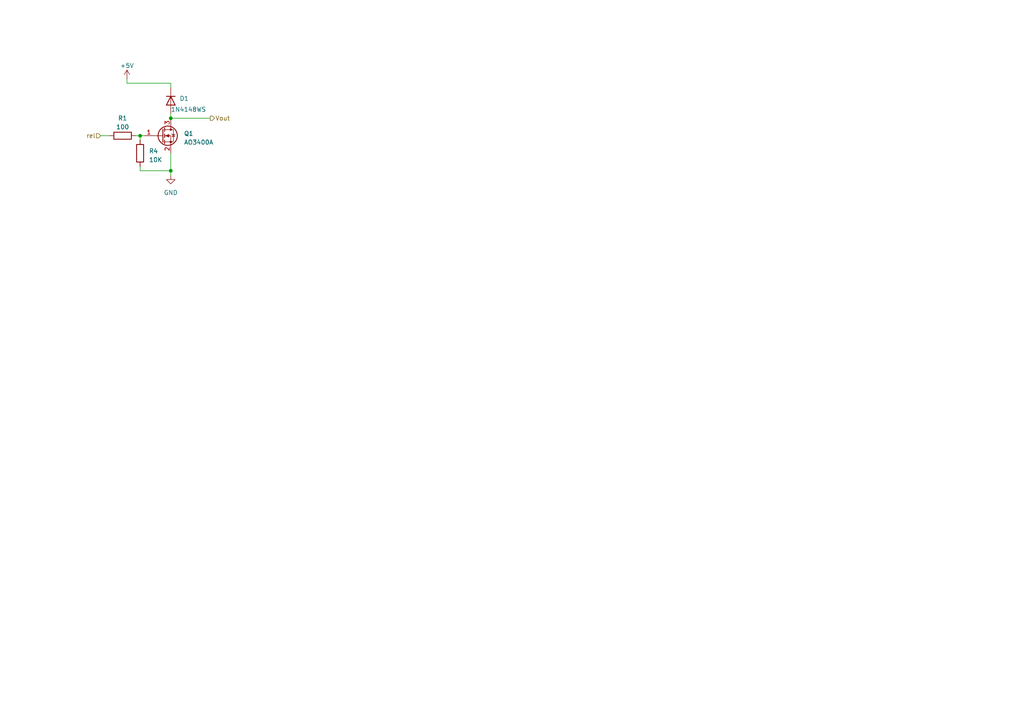
<source format=kicad_sch>
(kicad_sch (version 20230121) (generator eeschema)
  (paper "A4")
  (lib_symbols
    (symbol "Device:R" (pin_numbers hide) (pin_names (offset 0))
      (property "Reference" "R" (at 2.032 0 90))
      (property "Value" "R" (at 0 0 90))
      (symbol "R_0_1"
        (rectangle (start -1.016 -2.54) (end 1.016 2.54) (stroke (width 0.254)))
      )
      (symbol "R_1_1"
        (pin passive line (at 0 3.81 270) (length 1.27) (name "~") (number "1"))
        (pin passive line (at 0 -3.81 90) (length 1.27) (name "~") (number "2"))
      )
    )
    (symbol "Diode:1N4148WS" (pin_numbers hide) (pin_names hide)
      (property "Reference" "D" (at 0 2.54 0))
      (property "Value" "1N4148WS" (at 0 -2.54 0))
      (symbol "1N4148WS_0_1"
        (polyline (pts (xy -1.27 1.27) (xy -1.27 -1.27)) (stroke (width 0.254)))
        (polyline (pts (xy 1.27 0) (xy -1.27 0)))
        (polyline (pts (xy 1.27 1.27) (xy 1.27 -1.27) (xy -1.27 0) (xy 1.27 1.27)) (stroke (width 0.254)))
      )
      (symbol "1N4148WS_1_1"
        (pin passive line (at -3.81 0 0) (length 2.54) (name "K") (number "1"))
        (pin passive line (at 3.81 0 180) (length 2.54) (name "A") (number "2"))
      )
    )
    (symbol "Transistor_FET:AO3400A" (pin_names hide)
      (property "Reference" "Q" (at 5.08 1.905 0))
      (property "Value" "AO3400A" (at 5.08 0 0))
      (symbol "AO3400A_0_1"
        (polyline (pts (xy 0.254 0) (xy -2.54 0)))
        (polyline (pts (xy 0.254 1.905) (xy 0.254 -1.905)) (stroke (width 0.254)))
        (polyline (pts (xy 0.762 -1.27) (xy 0.762 -2.286)) (stroke (width 0.254)))
        (polyline (pts (xy 0.762 0.508) (xy 0.762 -0.508)) (stroke (width 0.254)))
        (polyline (pts (xy 0.762 2.286) (xy 0.762 1.27)) (stroke (width 0.254)))
        (polyline (pts (xy 2.54 2.54) (xy 2.54 1.778)))
        (polyline (pts (xy 2.54 -2.54) (xy 2.54 0) (xy 0.762 0)))
        (polyline (pts (xy 0.762 -1.778) (xy 3.302 -1.778) (xy 3.302 1.778) (xy 0.762 1.778)))
        (polyline (pts (xy 1.016 0) (xy 2.032 0.381) (xy 2.032 -0.381) (xy 1.016 0)) (fill (type outline)))
        (polyline (pts (xy 2.794 0.508) (xy 2.921 0.381) (xy 3.683 0.381) (xy 3.81 0.254)))
        (polyline (pts (xy 3.302 0.381) (xy 2.921 -0.254) (xy 3.683 -0.254) (xy 3.302 0.381)))
        (circle (center 1.651 0) (radius 2.794) (stroke (width 0.254)))
        (circle (center 2.54 -1.778) (radius 0.254) (fill (type outline)))
        (circle (center 2.54 1.778) (radius 0.254) (fill (type outline)))
      )
      (symbol "AO3400A_1_1"
        (pin input line (at -5.08 0 0) (length 2.54) (name "G") (number "1"))
        (pin passive line (at 2.54 -5.08 90) (length 2.54) (name "S") (number "2"))
        (pin passive line (at 2.54 5.08 270) (length 2.54) (name "D") (number "3"))
      )
    )
    (symbol "power:+5V" (power) (pin_names (offset 0))
      (property "Value" "+5V" (at 0 3.556 0))
      (symbol "+5V_0_1"
        (polyline (pts (xy -0.762 1.27) (xy 0 2.54)))
        (polyline (pts (xy 0 0) (xy 0 2.54)))
        (polyline (pts (xy 0 2.54) (xy 0.762 1.27)))
      )
      (symbol "+5V_1_1"
        (pin power_in line (at 0 0 90) (length 0) hide (name "+5V") (number "1"))
      )
    )
    (symbol "power:GND" (power) (pin_names (offset 0))
      (property "Value" "GND" (at 0 -3.81 0))
      (symbol "GND_0_1"
        (polyline (pts (xy 0 0) (xy 0 -1.27) (xy 1.27 -1.27) (xy 0 -2.54) (xy -1.27 -1.27) (xy 0 -1.27)))
      )
      (symbol "GND_1_1"
        (pin power_in line (at 0 0 270) (length 0) hide (name "GND") (number "1"))
      )
    )
  )
  (junction (at 49.53 34.29))
  (junction (at 40.64 39.37))
  (junction (at 49.53 49.53))
  (wire (pts (xy 49.53 33.02) (xy 49.53 34.29)))
  (wire (pts (xy 36.83 24.13) (xy 36.83 22.86)))
  (wire (pts (xy 29.21 39.37) (xy 31.75 39.37)))
  (wire (pts (xy 49.53 44.45) (xy 49.53 49.53)))
  (wire (pts (xy 40.64 39.37) (xy 41.91 39.37)))
  (wire (pts (xy 49.53 49.53) (xy 49.53 50.8)))
  (wire (pts (xy 49.53 24.13) (xy 49.53 25.4)))
  (wire (pts (xy 40.64 48.26) (xy 40.64 49.53)))
  (wire (pts (xy 36.83 24.13) (xy 49.53 24.13)))
  (wire (pts (xy 40.64 49.53) (xy 49.53 49.53)))
  (wire (pts (xy 39.37 39.37) (xy 40.64 39.37)))
  (wire (pts (xy 40.64 39.37) (xy 40.64 40.64)))
  (wire (pts (xy 49.53 34.29) (xy 60.96 34.29)))
  (hierarchical_label "rel" (shape input) (at 29.21 39.37 180))
  (hierarchical_label "Vout" (shape output) (at 60.96 34.29 0))
  (symbol (lib_id "power:GND") (at 49.53 50.8 0) (unit 1)
    (property "Reference" "#PWR07" (effects hide))
    (property "Value" "GND" (at 49.53 55.88 0))
    (instances (project "AquariumController" (path "" (reference "#PWR07") (unit 1)) (path "" (reference "#PWR010") (unit 1)) (path "" (reference "#PWR08") (unit 1)) (path "" (reference "#PWR012") (unit 1))) (project "XIAO-ESP32C3-aquarium-controller" (path "" (reference "#PWR019") (unit 1)) (path "" (reference "#PWR022") (unit 1)) (path "" (reference "#PWR024") (unit 1))))
  )
  (symbol (lib_id "Transistor_FET:AO3400A") (at 46.99 39.37 0) (unit 1)
    (property "Reference" "Q1" (at 53.34 38.735 0) (effects (justify left)))
    (property "Value" "AO3400A" (at 53.34 41.275 0) (effects (justify left)))
    (property "Footprint" "Package_TO_SOT_SMD:SOT-23" (effects hide))
    (property "Datasheet" "http://www.aosmd.com/pdfs/datasheet/AO3400A.pdf" (effects hide))
    (property "JLCPCB Part #" "C20917" (effects hide))
    (instances (project "AquariumController" (path "" (reference "Q1") (unit 1)) (path "" (reference "Q2") (unit 1)) (path "" (reference "Q1") (unit 1)) (path "" (reference "Q3") (unit 1))) (project "XIAO-ESP32C3-aquarium-controller" (path "" (reference "Q1") (unit 1)) (path "" (reference "Q2") (unit 1)) (path "" (reference "Q3") (unit 1))))
  )
  (symbol (lib_id "Diode:1N4148WS") (at 49.53 29.21 270) (unit 1)
    (property "Reference" "D1" (at 52.07 28.575 90) (effects (justify left)))
    (property "Value" "1N4148WS" (at 49.53 31.75 90) (effects (justify left)))
    (property "Footprint" "Diode_SMD:D_SOD-323" (effects hide))
    (property "Datasheet" "https://www.vishay.com/docs/85751/1n4148ws.pdf" (effects hide))
    (property "Sim.Device" "D" (effects hide))
    (property "Sim.Pins" "1=K 2=A" (effects hide))
    (property "JLCPCB Part #" "C2128" (effects hide))
    (instances (project "AquariumController" (path "" (reference "D1") (unit 1)) (path "" (reference "D2") (unit 1)) (path "" (reference "D1") (unit 1)) (path "" (reference "D3") (unit 1))) (project "XIAO-ESP32C3-aquarium-controller" (path "" (reference "D1") (unit 1)) (path "" (reference "D2") (unit 1)) (path "" (reference "D3") (unit 1))))
  )
  (symbol (lib_id "Device:R") (at 40.64 44.45 180) (unit 1)
    (property "Reference" "R4" (at 43.18 43.815 0) (effects (justify right)))
    (property "Value" "10K" (at 43.18 46.355 0) (effects (justify right)))
    (property "Footprint" "Resistor_SMD:R_0402_1005Metric" (effects hide))
    (property "JLCPCB Part #" "C25744" (effects hide))
    (instances (project "AquariumController" (path "" (reference "R4") (unit 1)) (path "" (reference "R5") (unit 1)) (path "" (reference "R6") (unit 1))) (project "XIAO-ESP32C3-aquarium-controller" (path "" (reference "R2") (unit 1)) (path "" (reference "R4") (unit 1)) (path "" (reference "R6") (unit 1))))
  )
  (symbol (lib_id "Device:R") (at 35.56 39.37 90) (unit 1)
    (property "Reference" "R1" (at 35.56 34.29 90))
    (property "Value" "100" (at 35.56 36.83 90))
    (property "Footprint" "Resistor_SMD:R_0402_1005Metric" (effects hide))
    (property "JLCPCB Part #" "C25076" (effects hide))
    (instances (project "AquariumController" (path "" (reference "R1") (unit 1)) (path "" (reference "R2") (unit 1)) (path "" (reference "R3") (unit 1))) (project "XIAO-ESP32C3-aquarium-controller" (path "" (reference "R1") (unit 1)) (path "" (reference "R3") (unit 1)) (path "" (reference "R5") (unit 1))))
  )
  (symbol (lib_id "power:+5V") (at 36.83 22.86 0) (unit 1)
    (property "Reference" "#PWR05" (effects hide))
    (property "Value" "+5V" (at 36.83 19.05 0))
    (instances (project "AquariumController" (path "" (reference "#PWR05") (unit 1))) (project "XIAO-ESP32C3-aquarium-controller" (path "" (reference "#PWR012") (unit 1)) (path "" (reference "#PWR020") (unit 1)) (path "" (reference "#PWR021") (unit 1)) (path "" (reference "#PWR023") (unit 1))))
  )
)
</source>
